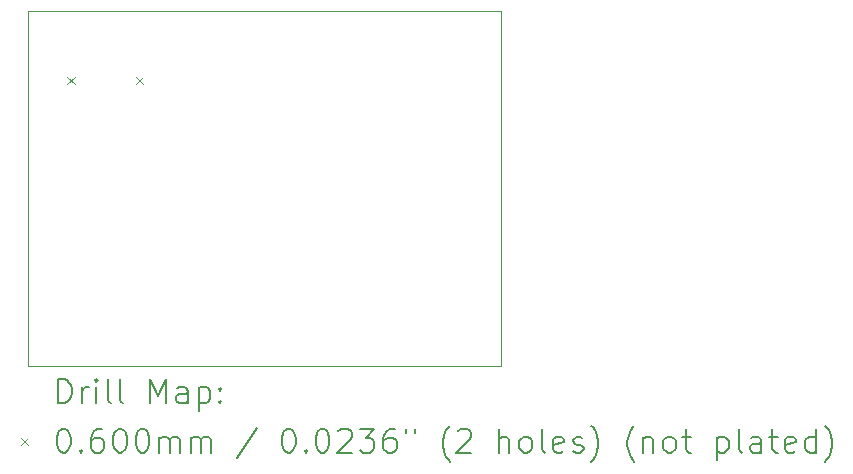
<source format=gbr>
%TF.GenerationSoftware,KiCad,Pcbnew,(6.0.10-0)*%
%TF.CreationDate,2022-12-22T21:20:58-05:00*%
%TF.ProjectId,rev2,72657632-2e6b-4696-9361-645f70636258,rev?*%
%TF.SameCoordinates,Original*%
%TF.FileFunction,Drillmap*%
%TF.FilePolarity,Positive*%
%FSLAX45Y45*%
G04 Gerber Fmt 4.5, Leading zero omitted, Abs format (unit mm)*
G04 Created by KiCad (PCBNEW (6.0.10-0)) date 2022-12-22 21:20:58*
%MOMM*%
%LPD*%
G01*
G04 APERTURE LIST*
%ADD10C,0.100000*%
%ADD11C,0.200000*%
%ADD12C,0.060000*%
G04 APERTURE END LIST*
D10*
X22500000Y-7000000D02*
X18500000Y-7000000D01*
X18500000Y-4000000D02*
X22500000Y-4000000D01*
X18500000Y-7000000D02*
X18500000Y-4000000D01*
X22500000Y-4000000D02*
X22500000Y-7000000D01*
D11*
D12*
X18831000Y-4552500D02*
X18891000Y-4612500D01*
X18891000Y-4552500D02*
X18831000Y-4612500D01*
X19409000Y-4552500D02*
X19469000Y-4612500D01*
X19469000Y-4552500D02*
X19409000Y-4612500D01*
D11*
X18752619Y-7315476D02*
X18752619Y-7115476D01*
X18800238Y-7115476D01*
X18828810Y-7125000D01*
X18847857Y-7144048D01*
X18857381Y-7163095D01*
X18866905Y-7201190D01*
X18866905Y-7229762D01*
X18857381Y-7267857D01*
X18847857Y-7286905D01*
X18828810Y-7305952D01*
X18800238Y-7315476D01*
X18752619Y-7315476D01*
X18952619Y-7315476D02*
X18952619Y-7182143D01*
X18952619Y-7220238D02*
X18962143Y-7201190D01*
X18971667Y-7191667D01*
X18990714Y-7182143D01*
X19009762Y-7182143D01*
X19076429Y-7315476D02*
X19076429Y-7182143D01*
X19076429Y-7115476D02*
X19066905Y-7125000D01*
X19076429Y-7134524D01*
X19085952Y-7125000D01*
X19076429Y-7115476D01*
X19076429Y-7134524D01*
X19200238Y-7315476D02*
X19181190Y-7305952D01*
X19171667Y-7286905D01*
X19171667Y-7115476D01*
X19305000Y-7315476D02*
X19285952Y-7305952D01*
X19276429Y-7286905D01*
X19276429Y-7115476D01*
X19533571Y-7315476D02*
X19533571Y-7115476D01*
X19600238Y-7258333D01*
X19666905Y-7115476D01*
X19666905Y-7315476D01*
X19847857Y-7315476D02*
X19847857Y-7210714D01*
X19838333Y-7191667D01*
X19819286Y-7182143D01*
X19781190Y-7182143D01*
X19762143Y-7191667D01*
X19847857Y-7305952D02*
X19828810Y-7315476D01*
X19781190Y-7315476D01*
X19762143Y-7305952D01*
X19752619Y-7286905D01*
X19752619Y-7267857D01*
X19762143Y-7248809D01*
X19781190Y-7239286D01*
X19828810Y-7239286D01*
X19847857Y-7229762D01*
X19943095Y-7182143D02*
X19943095Y-7382143D01*
X19943095Y-7191667D02*
X19962143Y-7182143D01*
X20000238Y-7182143D01*
X20019286Y-7191667D01*
X20028810Y-7201190D01*
X20038333Y-7220238D01*
X20038333Y-7277381D01*
X20028810Y-7296428D01*
X20019286Y-7305952D01*
X20000238Y-7315476D01*
X19962143Y-7315476D01*
X19943095Y-7305952D01*
X20124048Y-7296428D02*
X20133571Y-7305952D01*
X20124048Y-7315476D01*
X20114524Y-7305952D01*
X20124048Y-7296428D01*
X20124048Y-7315476D01*
X20124048Y-7191667D02*
X20133571Y-7201190D01*
X20124048Y-7210714D01*
X20114524Y-7201190D01*
X20124048Y-7191667D01*
X20124048Y-7210714D01*
D12*
X18435000Y-7615000D02*
X18495000Y-7675000D01*
X18495000Y-7615000D02*
X18435000Y-7675000D01*
D11*
X18790714Y-7535476D02*
X18809762Y-7535476D01*
X18828810Y-7545000D01*
X18838333Y-7554524D01*
X18847857Y-7573571D01*
X18857381Y-7611667D01*
X18857381Y-7659286D01*
X18847857Y-7697381D01*
X18838333Y-7716428D01*
X18828810Y-7725952D01*
X18809762Y-7735476D01*
X18790714Y-7735476D01*
X18771667Y-7725952D01*
X18762143Y-7716428D01*
X18752619Y-7697381D01*
X18743095Y-7659286D01*
X18743095Y-7611667D01*
X18752619Y-7573571D01*
X18762143Y-7554524D01*
X18771667Y-7545000D01*
X18790714Y-7535476D01*
X18943095Y-7716428D02*
X18952619Y-7725952D01*
X18943095Y-7735476D01*
X18933571Y-7725952D01*
X18943095Y-7716428D01*
X18943095Y-7735476D01*
X19124048Y-7535476D02*
X19085952Y-7535476D01*
X19066905Y-7545000D01*
X19057381Y-7554524D01*
X19038333Y-7583095D01*
X19028810Y-7621190D01*
X19028810Y-7697381D01*
X19038333Y-7716428D01*
X19047857Y-7725952D01*
X19066905Y-7735476D01*
X19105000Y-7735476D01*
X19124048Y-7725952D01*
X19133571Y-7716428D01*
X19143095Y-7697381D01*
X19143095Y-7649762D01*
X19133571Y-7630714D01*
X19124048Y-7621190D01*
X19105000Y-7611667D01*
X19066905Y-7611667D01*
X19047857Y-7621190D01*
X19038333Y-7630714D01*
X19028810Y-7649762D01*
X19266905Y-7535476D02*
X19285952Y-7535476D01*
X19305000Y-7545000D01*
X19314524Y-7554524D01*
X19324048Y-7573571D01*
X19333571Y-7611667D01*
X19333571Y-7659286D01*
X19324048Y-7697381D01*
X19314524Y-7716428D01*
X19305000Y-7725952D01*
X19285952Y-7735476D01*
X19266905Y-7735476D01*
X19247857Y-7725952D01*
X19238333Y-7716428D01*
X19228810Y-7697381D01*
X19219286Y-7659286D01*
X19219286Y-7611667D01*
X19228810Y-7573571D01*
X19238333Y-7554524D01*
X19247857Y-7545000D01*
X19266905Y-7535476D01*
X19457381Y-7535476D02*
X19476429Y-7535476D01*
X19495476Y-7545000D01*
X19505000Y-7554524D01*
X19514524Y-7573571D01*
X19524048Y-7611667D01*
X19524048Y-7659286D01*
X19514524Y-7697381D01*
X19505000Y-7716428D01*
X19495476Y-7725952D01*
X19476429Y-7735476D01*
X19457381Y-7735476D01*
X19438333Y-7725952D01*
X19428810Y-7716428D01*
X19419286Y-7697381D01*
X19409762Y-7659286D01*
X19409762Y-7611667D01*
X19419286Y-7573571D01*
X19428810Y-7554524D01*
X19438333Y-7545000D01*
X19457381Y-7535476D01*
X19609762Y-7735476D02*
X19609762Y-7602143D01*
X19609762Y-7621190D02*
X19619286Y-7611667D01*
X19638333Y-7602143D01*
X19666905Y-7602143D01*
X19685952Y-7611667D01*
X19695476Y-7630714D01*
X19695476Y-7735476D01*
X19695476Y-7630714D02*
X19705000Y-7611667D01*
X19724048Y-7602143D01*
X19752619Y-7602143D01*
X19771667Y-7611667D01*
X19781190Y-7630714D01*
X19781190Y-7735476D01*
X19876429Y-7735476D02*
X19876429Y-7602143D01*
X19876429Y-7621190D02*
X19885952Y-7611667D01*
X19905000Y-7602143D01*
X19933571Y-7602143D01*
X19952619Y-7611667D01*
X19962143Y-7630714D01*
X19962143Y-7735476D01*
X19962143Y-7630714D02*
X19971667Y-7611667D01*
X19990714Y-7602143D01*
X20019286Y-7602143D01*
X20038333Y-7611667D01*
X20047857Y-7630714D01*
X20047857Y-7735476D01*
X20438333Y-7525952D02*
X20266905Y-7783095D01*
X20695476Y-7535476D02*
X20714524Y-7535476D01*
X20733571Y-7545000D01*
X20743095Y-7554524D01*
X20752619Y-7573571D01*
X20762143Y-7611667D01*
X20762143Y-7659286D01*
X20752619Y-7697381D01*
X20743095Y-7716428D01*
X20733571Y-7725952D01*
X20714524Y-7735476D01*
X20695476Y-7735476D01*
X20676429Y-7725952D01*
X20666905Y-7716428D01*
X20657381Y-7697381D01*
X20647857Y-7659286D01*
X20647857Y-7611667D01*
X20657381Y-7573571D01*
X20666905Y-7554524D01*
X20676429Y-7545000D01*
X20695476Y-7535476D01*
X20847857Y-7716428D02*
X20857381Y-7725952D01*
X20847857Y-7735476D01*
X20838333Y-7725952D01*
X20847857Y-7716428D01*
X20847857Y-7735476D01*
X20981190Y-7535476D02*
X21000238Y-7535476D01*
X21019286Y-7545000D01*
X21028810Y-7554524D01*
X21038333Y-7573571D01*
X21047857Y-7611667D01*
X21047857Y-7659286D01*
X21038333Y-7697381D01*
X21028810Y-7716428D01*
X21019286Y-7725952D01*
X21000238Y-7735476D01*
X20981190Y-7735476D01*
X20962143Y-7725952D01*
X20952619Y-7716428D01*
X20943095Y-7697381D01*
X20933571Y-7659286D01*
X20933571Y-7611667D01*
X20943095Y-7573571D01*
X20952619Y-7554524D01*
X20962143Y-7545000D01*
X20981190Y-7535476D01*
X21124048Y-7554524D02*
X21133571Y-7545000D01*
X21152619Y-7535476D01*
X21200238Y-7535476D01*
X21219286Y-7545000D01*
X21228810Y-7554524D01*
X21238333Y-7573571D01*
X21238333Y-7592619D01*
X21228810Y-7621190D01*
X21114524Y-7735476D01*
X21238333Y-7735476D01*
X21305000Y-7535476D02*
X21428810Y-7535476D01*
X21362143Y-7611667D01*
X21390714Y-7611667D01*
X21409762Y-7621190D01*
X21419286Y-7630714D01*
X21428810Y-7649762D01*
X21428810Y-7697381D01*
X21419286Y-7716428D01*
X21409762Y-7725952D01*
X21390714Y-7735476D01*
X21333571Y-7735476D01*
X21314524Y-7725952D01*
X21305000Y-7716428D01*
X21600238Y-7535476D02*
X21562143Y-7535476D01*
X21543095Y-7545000D01*
X21533571Y-7554524D01*
X21514524Y-7583095D01*
X21505000Y-7621190D01*
X21505000Y-7697381D01*
X21514524Y-7716428D01*
X21524048Y-7725952D01*
X21543095Y-7735476D01*
X21581190Y-7735476D01*
X21600238Y-7725952D01*
X21609762Y-7716428D01*
X21619286Y-7697381D01*
X21619286Y-7649762D01*
X21609762Y-7630714D01*
X21600238Y-7621190D01*
X21581190Y-7611667D01*
X21543095Y-7611667D01*
X21524048Y-7621190D01*
X21514524Y-7630714D01*
X21505000Y-7649762D01*
X21695476Y-7535476D02*
X21695476Y-7573571D01*
X21771667Y-7535476D02*
X21771667Y-7573571D01*
X22066905Y-7811667D02*
X22057381Y-7802143D01*
X22038333Y-7773571D01*
X22028810Y-7754524D01*
X22019286Y-7725952D01*
X22009762Y-7678333D01*
X22009762Y-7640238D01*
X22019286Y-7592619D01*
X22028810Y-7564048D01*
X22038333Y-7545000D01*
X22057381Y-7516428D01*
X22066905Y-7506905D01*
X22133571Y-7554524D02*
X22143095Y-7545000D01*
X22162143Y-7535476D01*
X22209762Y-7535476D01*
X22228810Y-7545000D01*
X22238333Y-7554524D01*
X22247857Y-7573571D01*
X22247857Y-7592619D01*
X22238333Y-7621190D01*
X22124048Y-7735476D01*
X22247857Y-7735476D01*
X22485952Y-7735476D02*
X22485952Y-7535476D01*
X22571667Y-7735476D02*
X22571667Y-7630714D01*
X22562143Y-7611667D01*
X22543095Y-7602143D01*
X22514524Y-7602143D01*
X22495476Y-7611667D01*
X22485952Y-7621190D01*
X22695476Y-7735476D02*
X22676428Y-7725952D01*
X22666905Y-7716428D01*
X22657381Y-7697381D01*
X22657381Y-7640238D01*
X22666905Y-7621190D01*
X22676428Y-7611667D01*
X22695476Y-7602143D01*
X22724048Y-7602143D01*
X22743095Y-7611667D01*
X22752619Y-7621190D01*
X22762143Y-7640238D01*
X22762143Y-7697381D01*
X22752619Y-7716428D01*
X22743095Y-7725952D01*
X22724048Y-7735476D01*
X22695476Y-7735476D01*
X22876428Y-7735476D02*
X22857381Y-7725952D01*
X22847857Y-7706905D01*
X22847857Y-7535476D01*
X23028809Y-7725952D02*
X23009762Y-7735476D01*
X22971667Y-7735476D01*
X22952619Y-7725952D01*
X22943095Y-7706905D01*
X22943095Y-7630714D01*
X22952619Y-7611667D01*
X22971667Y-7602143D01*
X23009762Y-7602143D01*
X23028809Y-7611667D01*
X23038333Y-7630714D01*
X23038333Y-7649762D01*
X22943095Y-7668809D01*
X23114524Y-7725952D02*
X23133571Y-7735476D01*
X23171667Y-7735476D01*
X23190714Y-7725952D01*
X23200238Y-7706905D01*
X23200238Y-7697381D01*
X23190714Y-7678333D01*
X23171667Y-7668809D01*
X23143095Y-7668809D01*
X23124048Y-7659286D01*
X23114524Y-7640238D01*
X23114524Y-7630714D01*
X23124048Y-7611667D01*
X23143095Y-7602143D01*
X23171667Y-7602143D01*
X23190714Y-7611667D01*
X23266905Y-7811667D02*
X23276428Y-7802143D01*
X23295476Y-7773571D01*
X23305000Y-7754524D01*
X23314524Y-7725952D01*
X23324048Y-7678333D01*
X23324048Y-7640238D01*
X23314524Y-7592619D01*
X23305000Y-7564048D01*
X23295476Y-7545000D01*
X23276428Y-7516428D01*
X23266905Y-7506905D01*
X23628809Y-7811667D02*
X23619286Y-7802143D01*
X23600238Y-7773571D01*
X23590714Y-7754524D01*
X23581190Y-7725952D01*
X23571667Y-7678333D01*
X23571667Y-7640238D01*
X23581190Y-7592619D01*
X23590714Y-7564048D01*
X23600238Y-7545000D01*
X23619286Y-7516428D01*
X23628809Y-7506905D01*
X23705000Y-7602143D02*
X23705000Y-7735476D01*
X23705000Y-7621190D02*
X23714524Y-7611667D01*
X23733571Y-7602143D01*
X23762143Y-7602143D01*
X23781190Y-7611667D01*
X23790714Y-7630714D01*
X23790714Y-7735476D01*
X23914524Y-7735476D02*
X23895476Y-7725952D01*
X23885952Y-7716428D01*
X23876428Y-7697381D01*
X23876428Y-7640238D01*
X23885952Y-7621190D01*
X23895476Y-7611667D01*
X23914524Y-7602143D01*
X23943095Y-7602143D01*
X23962143Y-7611667D01*
X23971667Y-7621190D01*
X23981190Y-7640238D01*
X23981190Y-7697381D01*
X23971667Y-7716428D01*
X23962143Y-7725952D01*
X23943095Y-7735476D01*
X23914524Y-7735476D01*
X24038333Y-7602143D02*
X24114524Y-7602143D01*
X24066905Y-7535476D02*
X24066905Y-7706905D01*
X24076428Y-7725952D01*
X24095476Y-7735476D01*
X24114524Y-7735476D01*
X24333571Y-7602143D02*
X24333571Y-7802143D01*
X24333571Y-7611667D02*
X24352619Y-7602143D01*
X24390714Y-7602143D01*
X24409762Y-7611667D01*
X24419286Y-7621190D01*
X24428809Y-7640238D01*
X24428809Y-7697381D01*
X24419286Y-7716428D01*
X24409762Y-7725952D01*
X24390714Y-7735476D01*
X24352619Y-7735476D01*
X24333571Y-7725952D01*
X24543095Y-7735476D02*
X24524048Y-7725952D01*
X24514524Y-7706905D01*
X24514524Y-7535476D01*
X24705000Y-7735476D02*
X24705000Y-7630714D01*
X24695476Y-7611667D01*
X24676428Y-7602143D01*
X24638333Y-7602143D01*
X24619286Y-7611667D01*
X24705000Y-7725952D02*
X24685952Y-7735476D01*
X24638333Y-7735476D01*
X24619286Y-7725952D01*
X24609762Y-7706905D01*
X24609762Y-7687857D01*
X24619286Y-7668809D01*
X24638333Y-7659286D01*
X24685952Y-7659286D01*
X24705000Y-7649762D01*
X24771667Y-7602143D02*
X24847857Y-7602143D01*
X24800238Y-7535476D02*
X24800238Y-7706905D01*
X24809762Y-7725952D01*
X24828809Y-7735476D01*
X24847857Y-7735476D01*
X24990714Y-7725952D02*
X24971667Y-7735476D01*
X24933571Y-7735476D01*
X24914524Y-7725952D01*
X24905000Y-7706905D01*
X24905000Y-7630714D01*
X24914524Y-7611667D01*
X24933571Y-7602143D01*
X24971667Y-7602143D01*
X24990714Y-7611667D01*
X25000238Y-7630714D01*
X25000238Y-7649762D01*
X24905000Y-7668809D01*
X25171667Y-7735476D02*
X25171667Y-7535476D01*
X25171667Y-7725952D02*
X25152619Y-7735476D01*
X25114524Y-7735476D01*
X25095476Y-7725952D01*
X25085952Y-7716428D01*
X25076428Y-7697381D01*
X25076428Y-7640238D01*
X25085952Y-7621190D01*
X25095476Y-7611667D01*
X25114524Y-7602143D01*
X25152619Y-7602143D01*
X25171667Y-7611667D01*
X25247857Y-7811667D02*
X25257381Y-7802143D01*
X25276428Y-7773571D01*
X25285952Y-7754524D01*
X25295476Y-7725952D01*
X25305000Y-7678333D01*
X25305000Y-7640238D01*
X25295476Y-7592619D01*
X25285952Y-7564048D01*
X25276428Y-7545000D01*
X25257381Y-7516428D01*
X25247857Y-7506905D01*
M02*

</source>
